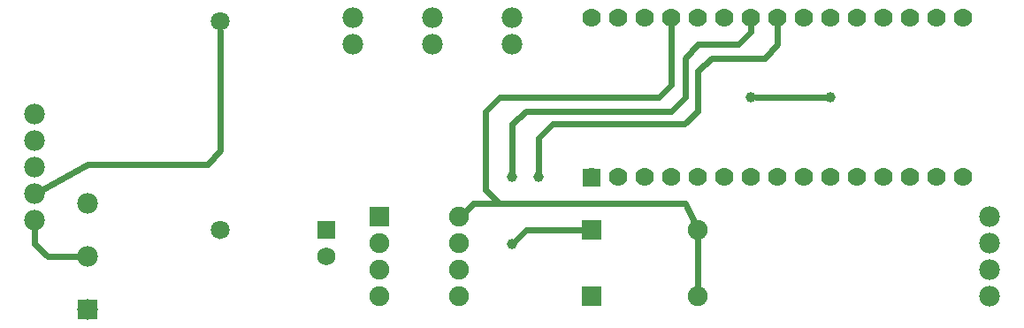
<source format=gbl>
G04 MADE WITH FRITZING*
G04 WWW.FRITZING.ORG*
G04 DOUBLE SIDED*
G04 HOLES PLATED*
G04 CONTOUR ON CENTER OF CONTOUR VECTOR*
%ASAXBY*%
%FSLAX23Y23*%
%MOIN*%
%OFA0B0*%
%SFA1.0B1.0*%
%ADD10C,0.075000*%
%ADD11C,0.071181*%
%ADD12C,0.069000*%
%ADD13C,0.078000*%
%ADD14C,0.070000*%
%ADD15C,0.039370*%
%ADD16R,0.075000X0.075000*%
%ADD17R,0.069000X0.069000*%
%ADD18R,0.078000X0.078000*%
%ADD19R,0.070000X0.069972*%
%ADD20C,0.024000*%
%LNCOPPER0*%
G90*
G70*
G54D10*
X1356Y459D03*
X1656Y459D03*
X1356Y359D03*
X1656Y359D03*
X1356Y259D03*
X1656Y259D03*
X1356Y159D03*
X1656Y159D03*
G54D11*
X756Y1196D03*
X756Y409D03*
G54D12*
X1156Y409D03*
X1156Y309D03*
G54D10*
X2156Y409D03*
X2556Y409D03*
X2156Y159D03*
X2556Y159D03*
G54D13*
X3656Y159D03*
X3656Y259D03*
X3656Y359D03*
X3656Y459D03*
X56Y446D03*
X56Y546D03*
X56Y646D03*
X56Y746D03*
X56Y846D03*
X256Y109D03*
X256Y309D03*
X256Y509D03*
X1856Y1209D03*
X1856Y1109D03*
X1556Y1209D03*
X1556Y1109D03*
X1256Y1209D03*
X1256Y1109D03*
G54D14*
X2156Y609D03*
X2256Y609D03*
X2356Y609D03*
X2456Y609D03*
X2556Y609D03*
X2656Y609D03*
X2756Y609D03*
X2856Y609D03*
X2956Y609D03*
X3056Y609D03*
X3156Y609D03*
X3256Y609D03*
X3356Y609D03*
X3456Y609D03*
X3556Y609D03*
X2156Y1209D03*
X2256Y1209D03*
X2356Y1209D03*
X2456Y1209D03*
X2556Y1209D03*
X2656Y1209D03*
X2756Y1209D03*
X2856Y1209D03*
X2956Y1209D03*
X3056Y1209D03*
X3156Y1209D03*
X3256Y1209D03*
X3356Y1209D03*
X3456Y1209D03*
X3556Y1209D03*
G54D15*
X1856Y609D03*
X1956Y609D03*
X1856Y357D03*
X3056Y909D03*
X2756Y909D03*
G54D16*
X1356Y459D03*
G54D17*
X1156Y409D03*
G54D16*
X2156Y409D03*
X2156Y159D03*
G54D18*
X256Y109D03*
G54D19*
X2156Y608D03*
G54D20*
X756Y709D02*
X708Y657D01*
D02*
X756Y1159D02*
X756Y709D01*
D02*
X708Y657D02*
X256Y657D01*
D02*
X256Y657D02*
X83Y560D01*
D02*
X104Y309D02*
X56Y357D01*
D02*
X226Y309D02*
X104Y309D01*
D02*
X56Y357D02*
X56Y415D01*
D02*
X1677Y478D02*
X1708Y509D01*
D02*
X2508Y509D02*
X2544Y434D01*
D02*
X1808Y509D02*
X2508Y509D01*
D02*
X1708Y509D02*
X1808Y509D01*
D02*
X2556Y380D02*
X2556Y187D01*
D02*
X1756Y560D02*
X1756Y857D01*
D02*
X2456Y957D02*
X2456Y1179D01*
D02*
X1808Y909D02*
X2408Y909D01*
D02*
X2408Y909D02*
X2456Y957D01*
D02*
X1756Y857D02*
X1808Y909D01*
D02*
X1808Y509D02*
X1756Y560D01*
D02*
X2456Y857D02*
X2508Y909D01*
D02*
X2756Y1157D02*
X2756Y1179D01*
D02*
X1856Y627D02*
X1856Y809D01*
D02*
X2708Y1109D02*
X2756Y1157D01*
D02*
X2556Y1109D02*
X2708Y1109D01*
D02*
X2508Y1057D02*
X2556Y1109D01*
D02*
X2508Y909D02*
X2508Y1057D01*
D02*
X1856Y809D02*
X1908Y857D01*
D02*
X1908Y857D02*
X2456Y857D01*
D02*
X2608Y1057D02*
X2808Y1057D01*
D02*
X2808Y1057D02*
X2856Y1109D01*
D02*
X2856Y1109D02*
X2856Y1179D01*
D02*
X2504Y809D02*
X2556Y857D01*
D02*
X2556Y1009D02*
X2608Y1057D01*
D02*
X2008Y809D02*
X2504Y809D01*
D02*
X2556Y857D02*
X2556Y1009D01*
D02*
X1956Y757D02*
X2008Y809D01*
D02*
X1956Y627D02*
X1956Y757D01*
D02*
X2128Y409D02*
X1908Y409D01*
D02*
X1908Y409D02*
X1870Y370D01*
D02*
X2775Y909D02*
X3037Y909D01*
G04 End of Copper0*
M02*
</source>
